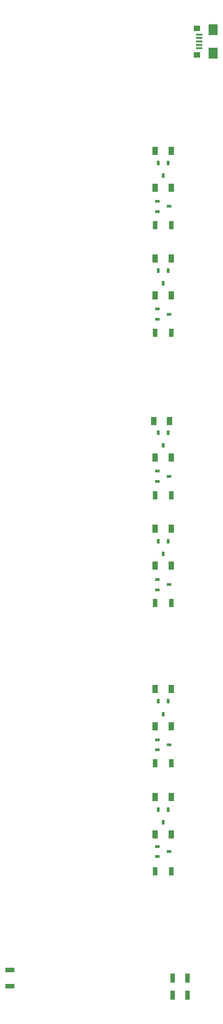
<source format=gbr>
G04 EasyPC Gerber Version 21.0.3 Build 4286 *
%FSLAX35Y35*%
%MOIN*%
%ADD107R,0.02356X0.03537*%
%ADD109R,0.03537X0.06490*%
%ADD113R,0.03616X0.06765*%
%ADD108R,0.04128X0.06293*%
%ADD112R,0.07080X0.08065*%
%ADD110R,0.04915X0.01175*%
%ADD106R,0.03734X0.01962*%
%ADD114R,0.06687X0.03734*%
%ADD111R,0.04718X0.04324*%
X0Y0D02*
D02*
D106*
X138419Y131510D03*
Y138990D03*
Y210535D03*
Y218016D03*
Y329010D03*
Y336490D03*
Y409285D03*
Y416766D03*
Y529285D03*
Y536766D03*
Y609010D03*
Y616490D03*
X147081Y135250D03*
Y214276D03*
Y332750D03*
Y413026D03*
Y533026D03*
Y612750D03*
D02*
D107*
X139010Y166224D03*
Y246500D03*
Y364974D03*
Y445250D03*
Y565250D03*
Y644974D03*
X142750Y156776D03*
Y237051D03*
Y355526D03*
Y435801D03*
Y555801D03*
Y635526D03*
X146490Y166224D03*
Y246500D03*
Y364974D03*
Y445250D03*
Y565250D03*
Y644974D03*
D02*
D108*
X135594Y454000D03*
X136844Y148026D03*
Y175526D03*
Y228026D03*
Y255526D03*
Y346776D03*
Y374276D03*
Y426776D03*
Y546776D03*
Y574276D03*
Y626500D03*
Y654000D03*
X147406Y454000D03*
X148656Y148026D03*
Y175526D03*
Y228026D03*
Y255526D03*
Y346776D03*
Y374276D03*
Y426776D03*
Y546776D03*
Y574276D03*
Y626500D03*
Y654000D03*
D02*
D109*
X136844Y120526D03*
Y200526D03*
Y319276D03*
Y399000D03*
Y519276D03*
Y599000D03*
X148656Y120526D03*
Y200526D03*
Y319276D03*
Y399000D03*
Y519276D03*
Y599000D03*
D02*
D110*
X169439Y729738D03*
Y732297D03*
Y734856D03*
Y737415D03*
Y739974D03*
D02*
D111*
X167864Y725014D03*
Y744699D03*
D02*
D112*
X179675Y726293D03*
Y743419D03*
D02*
D113*
X149738Y29000D03*
Y41500D03*
X160762Y29000D03*
Y41500D03*
D02*
D114*
X29000Y35594D03*
Y47406D03*
X0Y0D02*
M02*

</source>
